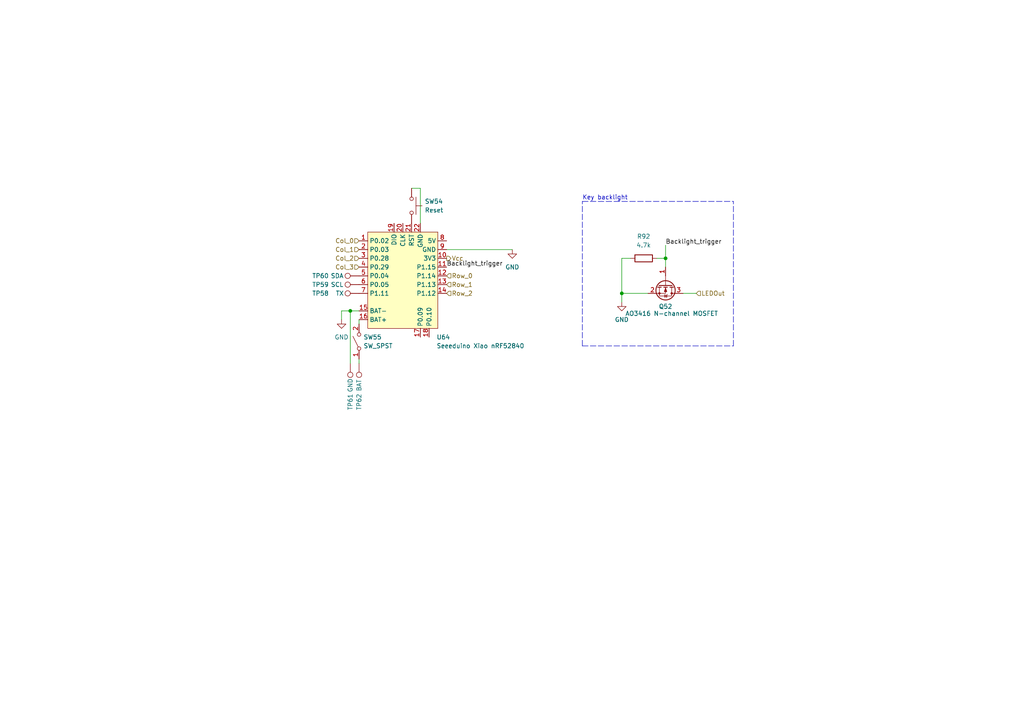
<source format=kicad_sch>
(kicad_sch (version 20250114) (generator "eeschema") (generator_version "9.0")
  (paper "A4")
  (lib_symbols
    (symbol "Connector:TestPoint" (pin_numbers (hide yes)) (pin_names (offset 0.762) (hide yes))
      (property "Reference" "TP" (at 0 6.858 0))
      (property "Value" "TestPoint" (at 0 5.08 0))
      (symbol "TestPoint_0_1"
        (circle (center 0 3.302) (radius 0.762))
      )
      (symbol "TestPoint_1_1"
        (pin passive line (at 0 0 90) (length 2.54) (name "1") (number "1"))
      )
    )
    (symbol "Device:Q_NMOS_GSD" (pin_names (offset 0) (hide yes))
      (property "Reference" "Q" (at 5.08 1.27 0))
      (property "Value" "Q_NMOS_GSD" (at 5.08 -1.27 0))
      (symbol "Q_NMOS_GSD_0_1"
        (polyline (pts (xy 0.254 1.905) (xy 0.254 -1.905)) (stroke (width 0.254)))
        (polyline (pts (xy 0.254 0) (xy -2.54 0)))
        (polyline (pts (xy 0.762 2.286) (xy 0.762 1.27)) (stroke (width 0.254)))
        (polyline (pts (xy 0.762 0.508) (xy 0.762 -0.508)) (stroke (width 0.254)))
        (polyline (pts (xy 0.762 -1.27) (xy 0.762 -2.286)) (stroke (width 0.254)))
        (polyline (pts (xy 0.762 -1.778) (xy 3.302 -1.778) (xy 3.302 1.778) (xy 0.762 1.778)))
        (polyline (pts (xy 1.016 0) (xy 2.032 0.381) (xy 2.032 -0.381) (xy 1.016 0)) (fill (type outline)))
        (circle (center 1.651 0) (radius 2.794) (stroke (width 0.254)))
        (polyline (pts (xy 2.54 2.54) (xy 2.54 1.778)))
        (circle (center 2.54 1.778) (radius 0.254) (fill (type outline)))
        (circle (center 2.54 -1.778) (radius 0.254) (fill (type outline)))
        (polyline (pts (xy 2.54 -2.54) (xy 2.54 0) (xy 0.762 0)))
        (polyline (pts (xy 2.794 0.508) (xy 2.921 0.381) (xy 3.683 0.381) (xy 3.81 0.254)))
        (polyline (pts (xy 3.302 0.381) (xy 2.921 -0.254) (xy 3.683 -0.254) (xy 3.302 0.381)))
      )
      (symbol "Q_NMOS_GSD_1_1"
        (pin input line (at -5.08 0 0) (length 2.54) (name "G") (number "1"))
        (pin passive line (at 2.54 5.08 270) (length 2.54) (name "D") (number "3"))
        (pin passive line (at 2.54 -5.08 90) (length 2.54) (name "S") (number "2"))
      )
    )
    (symbol "PCM_4ms_Resistor:10m_1206_250mW" (pin_numbers (hide yes)) (pin_names (offset 0))
      (property "Reference" "R" (at 2.032 0 90))
      (property "Display" "10mΩ/250mW" (at 3.81 0 90))
      (symbol "10m_1206_250mW_0_1"
        (rectangle (start -1.016 -2.54) (end 1.016 2.54) (stroke (width 0.254)))
      )
      (symbol "10m_1206_250mW_1_1"
        (pin passive line (at 0 3.81 270) (length 1.27) (name "~") (number "1"))
        (pin passive line (at 0 -3.81 90) (length 1.27) (name "~") (number "2"))
      )
    )
    (symbol "Switch:SW_Push" (pin_numbers (hide yes)) (pin_names (offset 1.016) (hide yes))
      (property "Reference" "SW" (at 1.27 2.54 0))
      (property "Value" "SW_Push" (at 0 -1.524 0))
      (symbol "SW_Push_0_1"
        (circle (center -2.032 0) (radius 0.508))
        (polyline (pts (xy 0 1.27) (xy 0 3.048)))
        (circle (center 2.032 0) (radius 0.508))
        (polyline (pts (xy 2.54 1.27) (xy -2.54 1.27)))
        (pin passive line (at -5.08 0 0) (length 2.54) (name "1") (number "1"))
        (pin passive line (at 5.08 0 180) (length 2.54) (name "2") (number "2"))
      )
    )
    (symbol "Switch:SW_SPST" (pin_names (offset 0) (hide yes))
      (property "Reference" "SW" (at 0 3.175 0))
      (property "Value" "SW_SPST" (at 0 -2.54 0))
      (symbol "SW_SPST_0_0"
        (circle (center -2.032 0) (radius 0.508))
        (polyline (pts (xy -1.524 0.254) (xy 1.524 1.778)))
        (circle (center 2.032 0) (radius 0.508))
      )
      (symbol "SW_SPST_1_1"
        (pin passive line (at -5.08 0 0) (length 2.54) (name "A") (number "1"))
        (pin passive line (at 5.08 0 180) (length 2.54) (name "B") (number "2"))
      )
    )
    (symbol "power:GND" (power) (pin_names (offset 0))
      (property "Value" "GND" (at 0 -3.81 0))
      (symbol "GND_0_1"
        (polyline (pts (xy 0 0) (xy 0 -1.27) (xy 1.27 -1.27) (xy 0 -2.54) (xy -1.27 -1.27) (xy 0 -1.27)))
      )
      (symbol "GND_1_1"
        (pin power_in line (at 0 0 270) (length 0) (hide yes) (name "GND") (number "1"))
      )
    )
    (symbol "xiao_ble:Seeeduino_Xiao_nRF52840" (in_bom no)
      (property "Reference" "U" (at -10.16 -12.7 0))
      (property "Value" "Seeeduino Xiao nRF52840" (at -10.16 -15.24 0))
      (symbol "Seeeduino_Xiao_nRF52840_1_0"
        (pin bidirectional line (at -12.7 13.97 0) (length 2.54) (name "P0.02") (number "1"))
        (pin bidirectional line (at -12.7 11.43 0) (length 2.54) (name "P0.03") (number "2"))
        (pin bidirectional line (at -12.7 8.89 0) (length 2.54) (name "P0.28") (number "3"))
        (pin bidirectional line (at -12.7 6.35 0) (length 2.54) (name "P0.29") (number "4"))
        (pin bidirectional line (at -12.7 3.81 0) (length 2.54) (name "P0.04") (number "5"))
        (pin bidirectional line (at -12.7 1.27 0) (length 2.54) (name "P0.05") (number "6"))
        (pin bidirectional line (at -12.7 -1.27 0) (length 2.54) (name "P1.11") (number "7"))
        (pin power_in line (at -12.7 -6.35 0) (length 2.54) (name "BAT-") (number "15"))
        (pin power_in line (at -12.7 -8.89 0) (length 2.54) (name "BAT+") (number "16"))
        (pin bidirectional line (at -2.54 19.05 270) (length 2.54) (name "DIO") (number "19"))
        (pin bidirectional line (at 0 19.05 270) (length 2.54) (name "CLK") (number "20"))
        (pin bidirectional line (at 2.54 19.05 270) (length 2.54) (name "RST") (number "21"))
        (pin power_out line (at 5.08 19.05 270) (length 2.54) (name "GND") (number "22"))
        (pin bidirectional line (at 5.08 -13.97 90) (length 2.54) (name "P0.09") (number "17"))
        (pin bidirectional line (at 7.62 -13.97 90) (length 2.54) (name "P0.10") (number "18"))
        (pin power_out line (at 12.7 13.97 180) (length 2.54) (name "5V") (number "8"))
        (pin power_out line (at 12.7 11.43 180) (length 2.54) (name "GND") (number "9"))
        (pin power_out line (at 12.7 8.89 180) (length 2.54) (name "3V3") (number "10"))
        (pin bidirectional line (at 12.7 6.35 180) (length 2.54) (name "P1.15") (number "11"))
        (pin bidirectional line (at 12.7 3.81 180) (length 2.54) (name "P1.14") (number "12"))
        (pin bidirectional line (at 12.7 1.27 180) (length 2.54) (name "P1.13") (number "13"))
        (pin bidirectional line (at 12.7 -1.27 180) (length 2.54) (name "P1.12") (number "14"))
      )
      (symbol "Seeeduino_Xiao_nRF52840_1_1"
        (rectangle (start -10.16 16.51) (end 10.16 -11.43) (fill (type background)))
      )
    )
  )
  (text "Key backlight" (at 168.91 58.166 0) (effects (font (size 1.27 1.27)) (justify left bottom)))
  (junction (at 101.6 90.17))
  (junction (at 193.04 74.93))
  (junction (at 180.34 85.09))
  (polyline (pts (xy 212.725 100.33) (xy 212.725 58.42)) (stroke (width 0) (type dash)))
  (wire (pts (xy 121.92 54.61) (xy 121.92 64.77)))
  (wire (pts (xy 193.04 71.12) (xy 193.04 74.93)))
  (wire (pts (xy 182.88 74.93) (xy 180.34 74.93)))
  (wire (pts (xy 180.34 74.93) (xy 180.34 85.09)))
  (wire (pts (xy 190.5 74.93) (xy 193.04 74.93)))
  (wire (pts (xy 104.14 105.41) (xy 104.14 104.14)))
  (wire (pts (xy 101.6 90.17) (xy 101.6 105.41)))
  (wire (pts (xy 104.14 93.98) (xy 104.14 92.71)))
  (wire (pts (xy 119.38 54.61) (xy 121.92 54.61)))
  (wire (pts (xy 193.04 74.93) (xy 193.04 77.47)))
  (wire (pts (xy 99.06 90.17) (xy 101.6 90.17)))
  (wire (pts (xy 198.12 85.09) (xy 201.93 85.09)))
  (polyline (pts (xy 168.91 58.42) (xy 212.725 58.42)) (stroke (width 0) (type dash)))
  (wire (pts (xy 101.6 90.17) (xy 104.14 90.17)))
  (wire (pts (xy 180.34 85.09) (xy 180.34 87.63)))
  (wire (pts (xy 180.34 85.09) (xy 187.96 85.09)))
  (wire (pts (xy 99.06 90.17) (xy 99.06 92.71)))
  (polyline (pts (xy 168.91 100.33) (xy 168.91 58.42)) (stroke (width 0) (type dash)))
  (polyline (pts (xy 168.91 100.33) (xy 212.725 100.33)) (stroke (width 0) (type dash)))
  (wire (pts (xy 129.54 72.39) (xy 148.59 72.39)))
  (label "Backlight_trigger" (at 193.04 71.12 0))
  (label "Backlight_trigger" (at 129.54 77.47 0))
  (hierarchical_label "Row_1" (shape input) (at 129.54 82.55 0))
  (hierarchical_label "Col_3" (shape input) (at 104.14 77.47 180))
  (hierarchical_label "Col_0" (shape input) (at 104.14 69.85 180))
  (hierarchical_label "LEDOut" (shape input) (at 201.93 85.09 0))
  (hierarchical_label "Row_2" (shape input) (at 129.54 85.09 0))
  (hierarchical_label "Vcc" (shape output) (at 129.54 74.93 0))
  (hierarchical_label "Col_2" (shape input) (at 104.14 74.93 180))
  (hierarchical_label "Col_1" (shape input) (at 104.14 72.39 180))
  (hierarchical_label "Row_0" (shape input) (at 129.54 80.01 0))
  (symbol (lib_id "xiao_ble:Seeeduino_Xiao_nRF52840") (at 116.84 83.82 0) (unit 1) (in_bom no)
    (property "Reference" "U64" (at 126.6033 97.79 0) (effects (justify left)))
    (property "Value" "Seeeduino Xiao nRF52840" (at 126.6033 100.33 0) (effects (justify left)))
    (property "Footprint" "Keyboard:XIAO-nRF52840-Sense-14P-2.54-21X17.8MM" (effects (hide yes)))
    (property "Description" "Symbol for a Seeeduino Xiao nRF52840" (effects (hide yes)))
  )
  (symbol (lib_id "Connector:TestPoint") (at 104.14 105.41 180) (unit 1)
    (property "Reference" "TP62" (at 104.14 116.586 90))
    (property "Value" "BAT" (at 104.14 111.76 90))
    (property "Footprint" "TestPoint:TestPoint_Pad_2.5x2.5mm" (effects (hide yes)))
    (property "Description" "test point" (effects (hide yes)))
  )
  (symbol (lib_id "power:GND") (at 99.06 92.71 0) (unit 1)
    (property "Reference" "#PWR067" (effects (hide yes)))
    (property "Value" "GND" (at 99.06 97.79 0))
    (property "Description" "Power symbol creates a global label with name \"GND\" , ground" (effects (hide yes)))
  )
  (symbol (lib_id "Connector:TestPoint") (at 104.14 85.09 90) (unit 1)
    (property "Reference" "TP58" (at 92.964 85.09 90))
    (property "Value" "TX" (at 98.552 85.09 90))
    (property "Footprint" "TestPoint:TestPoint_Pad_1.0x1.0mm" (effects (hide yes)))
    (property "Description" "test point" (effects (hide yes)))
  )
  (symbol (lib_id "Switch:SW_SPST") (at 104.14 99.06 90) (unit 1)
    (property "Reference" "SW55" (at 105.41 97.7899 90) (effects (justify right)))
    (property "Value" "SW_SPST" (at 105.41 100.3299 90) (effects (justify right)))
    (property "Footprint" "Button_Switch_SMD:SW_SPDT_PCM12" (effects (hide yes)))
    (property "Description" "Single Pole Single Throw (SPST) switch" (effects (hide yes)))
  )
  (symbol (lib_id "PCM_4ms_Resistor:10m_1206_250mW") (at 186.69 74.93 90) (unit 1)
    (property "Reference" "R92" (at 186.69 68.58 90))
    (property "Value" "4.7k" (at 186.69 71.12 90))
    (property "Footprint" "Resistor_SMD:R_0402_1005Metric_Pad0.72x0.64mm_HandSolder" (effects (hide yes)))
    (property "Description" "10mΩ, 10mOhm, Min. 250mW, 100PPM/C" (effects (hide yes)))
    (property "Specifications" "10mΩ, 10mOhm, Min. 250mW, 100PPM/C" (effects (hide yes)))
    (property "Manufacturer" "Yageo" (effects (hide yes)))
    (property "Part Number" "PF1206FRF070R01L" (effects (hide yes)))
    (property "Display" "10mΩ/250mW" (effects (hide yes)))
    (property "JLCPCB ID" "C127703" (effects (hide yes)))
  )
  (symbol (lib_id "power:GND") (at 180.34 87.63 0) (unit 1)
    (property "Reference" "#PWR059" (effects (hide yes)))
    (property "Value" "GND" (at 180.34 92.71 0))
    (property "Description" "Power symbol creates a global label with name \"GND\" , ground" (effects (hide yes)))
  )
  (symbol (lib_id "power:GND") (at 148.59 72.39 0) (unit 1)
    (property "Reference" "#PWR066" (effects (hide yes)))
    (property "Value" "GND" (at 148.59 77.47 0))
    (property "Description" "Power symbol creates a global label with name \"GND\" , ground" (effects (hide yes)))
  )
  (symbol (lib_id "Connector:TestPoint") (at 104.14 80.01 90) (unit 1)
    (property "Reference" "TP60" (at 92.964 80.01 90))
    (property "Value" "SDA" (at 97.79 80.01 90))
    (property "Footprint" "TestPoint:TestPoint_Pad_1.0x1.0mm" (effects (hide yes)))
    (property "Description" "test point" (effects (hide yes)))
  )
  (symbol (lib_id "Connector:TestPoint") (at 104.14 82.55 90) (unit 1)
    (property "Reference" "TP59" (at 92.964 82.55 90))
    (property "Value" "SCL" (at 97.79 82.55 90))
    (property "Footprint" "TestPoint:TestPoint_Pad_1.0x1.0mm" (effects (hide yes)))
    (property "Description" "test point" (effects (hide yes)))
  )
  (symbol (lib_id "Device:Q_NMOS_GSD") (at 193.04 82.55 270) (unit 1)
    (property "Reference" "Q52" (at 193.04 88.9 90))
    (property "Value" "AO3416 N-channel MOSFET" (at 194.818 90.932 90))
    (property "Footprint" "Package_TO_SOT_SMD:SOT-23" (effects (hide yes)))
    (property "LCSC Part Number" "C479060" (effects (hide yes)))
    (property "MPN" "AO3416" (effects (hide yes)))
  )
  (symbol (lib_id "Connector:TestPoint") (at 101.6 105.41 180) (unit 1)
    (property "Reference" "TP61" (at 101.6 116.586 90))
    (property "Value" "GND" (at 101.6 111.76 90))
    (property "Footprint" "TestPoint:TestPoint_Pad_2.5x2.5mm" (effects (hide yes)))
    (property "Description" "test point" (effects (hide yes)))
  )
  (symbol (lib_id "Switch:SW_Push") (at 119.38 59.69 270) (unit 1)
    (property "Reference" "SW54" (at 123.19 58.4199 90) (effects (justify left)))
    (property "Value" "Reset" (at 123.19 60.9599 90) (effects (justify left)))
    (property "Footprint" "Keyboard:SW4-SMD-2.8-2.6X1.6X0.53MM" (effects (hide yes)))
    (property "Description" "Push button switch, generic, two pins" (effects (hide yes)))
    (property "LCSC" "C318884" (effects (hide yes)))
  )
)
</source>
